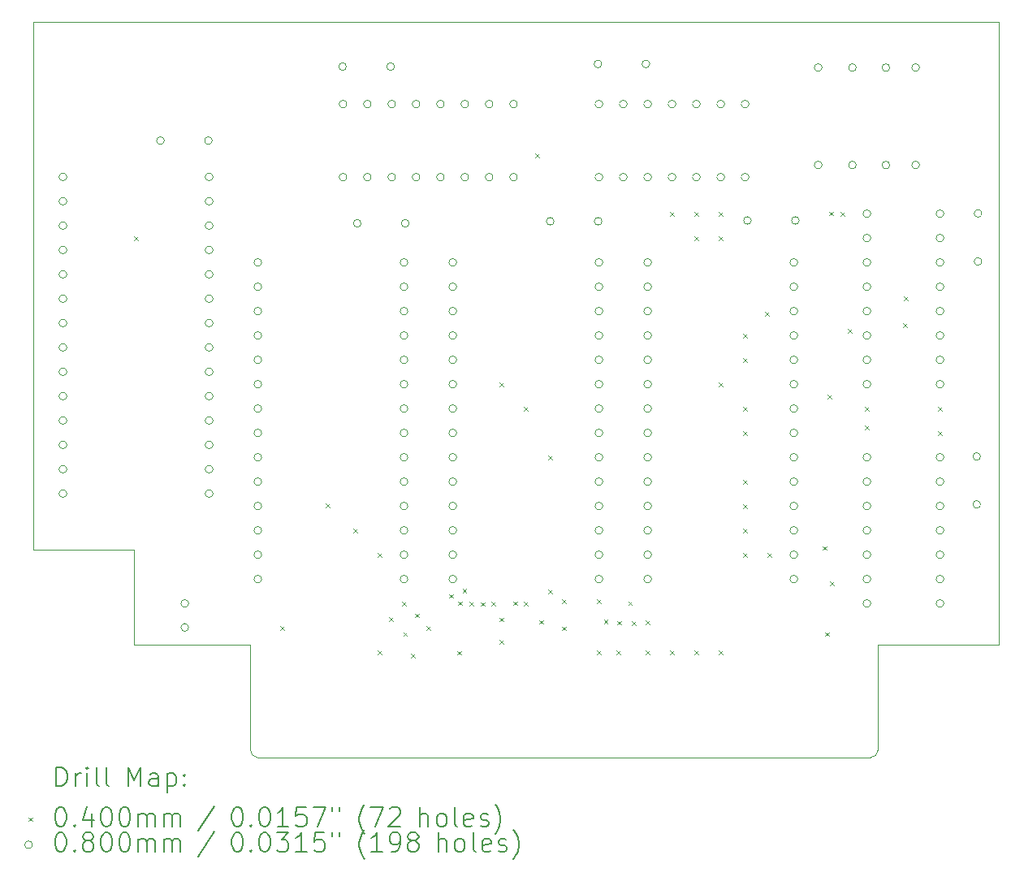
<source format=gbr>
%TF.GenerationSoftware,KiCad,Pcbnew,(7.0.0)*%
%TF.CreationDate,2023-02-27T14:20:26+09:00*%
%TF.ProjectId,ykp74,796b7037-342e-46b6-9963-61645f706362,rev?*%
%TF.SameCoordinates,Original*%
%TF.FileFunction,Drillmap*%
%TF.FilePolarity,Positive*%
%FSLAX45Y45*%
G04 Gerber Fmt 4.5, Leading zero omitted, Abs format (unit mm)*
G04 Created by KiCad (PCBNEW (7.0.0)) date 2023-02-27 14:20:26*
%MOMM*%
%LPD*%
G01*
G04 APERTURE LIST*
%ADD10C,0.100000*%
%ADD11C,0.200000*%
%ADD12C,0.040000*%
%ADD13C,0.080000*%
G04 APERTURE END LIST*
D10*
X9564584Y-7912253D02*
X9564047Y-6633750D01*
X18372715Y-13133344D02*
X19634703Y-13133000D01*
X10614891Y-12135910D02*
X10615214Y-13132442D01*
X19634703Y-13133000D02*
X19635957Y-7915611D01*
X10615214Y-13132442D02*
X11829645Y-13132442D01*
X9562043Y-12136018D02*
X10614891Y-12135910D01*
X18293257Y-14306860D02*
G75*
G03*
X18372381Y-14231082I784J78380D01*
G01*
X11829575Y-14226391D02*
G75*
G03*
X11903426Y-14305872I78965J-679D01*
G01*
X9564047Y-6633750D02*
X19635689Y-6635818D01*
X9564584Y-7912253D02*
X9562043Y-12136018D01*
X11903426Y-14305872D02*
X18293256Y-14306865D01*
X11829645Y-13132442D02*
X11829578Y-14226391D01*
X19635957Y-7915611D02*
X19635689Y-6635818D01*
X18372715Y-13133344D02*
X18372381Y-14231082D01*
D11*
D12*
X10617519Y-8870000D02*
X10657519Y-8910000D01*
X10657519Y-8870000D02*
X10617519Y-8910000D01*
X12141519Y-12934000D02*
X12181519Y-12974000D01*
X12181519Y-12934000D02*
X12141519Y-12974000D01*
X12614086Y-11657644D02*
X12654086Y-11697644D01*
X12654086Y-11657644D02*
X12614086Y-11697644D01*
X12903519Y-11918000D02*
X12943519Y-11958000D01*
X12943519Y-11918000D02*
X12903519Y-11958000D01*
X13157519Y-12172000D02*
X13197519Y-12212000D01*
X13197519Y-12172000D02*
X13157519Y-12212000D01*
X13157519Y-13188000D02*
X13197519Y-13228000D01*
X13197519Y-13188000D02*
X13157519Y-13228000D01*
X13275290Y-12845646D02*
X13315290Y-12885646D01*
X13315290Y-12845646D02*
X13275290Y-12885646D01*
X13411519Y-12680000D02*
X13451519Y-12720000D01*
X13451519Y-12680000D02*
X13411519Y-12720000D01*
X13422547Y-13000265D02*
X13462547Y-13040265D01*
X13462547Y-13000265D02*
X13422547Y-13040265D01*
X13503046Y-13226774D02*
X13543046Y-13266774D01*
X13543046Y-13226774D02*
X13503046Y-13266774D01*
X13547235Y-12806462D02*
X13587235Y-12846462D01*
X13587235Y-12806462D02*
X13547235Y-12846462D01*
X13665519Y-12934000D02*
X13705519Y-12974000D01*
X13705519Y-12934000D02*
X13665519Y-12974000D01*
X13904516Y-12603387D02*
X13944516Y-12643387D01*
X13944516Y-12603387D02*
X13904516Y-12643387D01*
X13987731Y-13195400D02*
X14027731Y-13235400D01*
X14027731Y-13195400D02*
X13987731Y-13235400D01*
X13996495Y-12679020D02*
X14036495Y-12719020D01*
X14036495Y-12679020D02*
X13996495Y-12719020D01*
X14040968Y-12548806D02*
X14080968Y-12588806D01*
X14080968Y-12548806D02*
X14040968Y-12588806D01*
X14114275Y-12684931D02*
X14154275Y-12724931D01*
X14154275Y-12684931D02*
X14114275Y-12724931D01*
X14230264Y-12687363D02*
X14270264Y-12727363D01*
X14270264Y-12687363D02*
X14230264Y-12727363D01*
X14340225Y-12680000D02*
X14380225Y-12720000D01*
X14380225Y-12680000D02*
X14340225Y-12720000D01*
X14427519Y-10394000D02*
X14467519Y-10434000D01*
X14467519Y-10394000D02*
X14427519Y-10434000D01*
X14427519Y-12847393D02*
X14467519Y-12887393D01*
X14467519Y-12847393D02*
X14427519Y-12887393D01*
X14427519Y-13079606D02*
X14467519Y-13119606D01*
X14467519Y-13079606D02*
X14427519Y-13119606D01*
X14572681Y-12678944D02*
X14612681Y-12718944D01*
X14612681Y-12678944D02*
X14572681Y-12718944D01*
X14681519Y-10648000D02*
X14721519Y-10688000D01*
X14721519Y-10648000D02*
X14681519Y-10688000D01*
X14681519Y-12680000D02*
X14721519Y-12720000D01*
X14721519Y-12680000D02*
X14681519Y-12720000D01*
X14798334Y-8007935D02*
X14838334Y-8047935D01*
X14838334Y-8007935D02*
X14798334Y-8047935D01*
X14840693Y-12873591D02*
X14880693Y-12913591D01*
X14880693Y-12873591D02*
X14840693Y-12913591D01*
X14935519Y-11156000D02*
X14975519Y-11196000D01*
X14975519Y-11156000D02*
X14935519Y-11196000D01*
X14936343Y-12554717D02*
X14976343Y-12594717D01*
X14976343Y-12554717D02*
X14936343Y-12594717D01*
X15076765Y-12655950D02*
X15116765Y-12695950D01*
X15116765Y-12655950D02*
X15076765Y-12695950D01*
X15077983Y-12941827D02*
X15117983Y-12981827D01*
X15117983Y-12941827D02*
X15077983Y-12981827D01*
X15442041Y-12655950D02*
X15482041Y-12695950D01*
X15482041Y-12655950D02*
X15442041Y-12695950D01*
X15445990Y-13188000D02*
X15485990Y-13228000D01*
X15485990Y-13188000D02*
X15445990Y-13228000D01*
X15515129Y-12869377D02*
X15555129Y-12909377D01*
X15555129Y-12869377D02*
X15515129Y-12909377D01*
X15644495Y-13188000D02*
X15684495Y-13228000D01*
X15684495Y-13188000D02*
X15644495Y-13228000D01*
X15655389Y-12882977D02*
X15695389Y-12922977D01*
X15695389Y-12882977D02*
X15655389Y-12922977D01*
X15769460Y-12678540D02*
X15809460Y-12718540D01*
X15809460Y-12678540D02*
X15769460Y-12718540D01*
X15808814Y-12885336D02*
X15848814Y-12925336D01*
X15848814Y-12885336D02*
X15808814Y-12925336D01*
X15951080Y-12879092D02*
X15991080Y-12919092D01*
X15991080Y-12879092D02*
X15951080Y-12919092D01*
X15951519Y-13188000D02*
X15991519Y-13228000D01*
X15991519Y-13188000D02*
X15951519Y-13228000D01*
X16205519Y-8616000D02*
X16245519Y-8656000D01*
X16245519Y-8616000D02*
X16205519Y-8656000D01*
X16205519Y-13188000D02*
X16245519Y-13228000D01*
X16245519Y-13188000D02*
X16205519Y-13228000D01*
X16459519Y-8616000D02*
X16499519Y-8656000D01*
X16499519Y-8616000D02*
X16459519Y-8656000D01*
X16459519Y-8870000D02*
X16499519Y-8910000D01*
X16499519Y-8870000D02*
X16459519Y-8910000D01*
X16459519Y-13188000D02*
X16499519Y-13228000D01*
X16499519Y-13188000D02*
X16459519Y-13228000D01*
X16713519Y-8616000D02*
X16753519Y-8656000D01*
X16753519Y-8616000D02*
X16713519Y-8656000D01*
X16713519Y-8870000D02*
X16753519Y-8910000D01*
X16753519Y-8870000D02*
X16713519Y-8910000D01*
X16713519Y-10394000D02*
X16753519Y-10434000D01*
X16753519Y-10394000D02*
X16713519Y-10434000D01*
X16713519Y-13188000D02*
X16753519Y-13228000D01*
X16753519Y-13188000D02*
X16713519Y-13228000D01*
X16967519Y-9886000D02*
X17007519Y-9926000D01*
X17007519Y-9886000D02*
X16967519Y-9926000D01*
X16967519Y-10140000D02*
X17007519Y-10180000D01*
X17007519Y-10140000D02*
X16967519Y-10180000D01*
X16967519Y-10648000D02*
X17007519Y-10688000D01*
X17007519Y-10648000D02*
X16967519Y-10688000D01*
X16967519Y-10902000D02*
X17007519Y-10942000D01*
X17007519Y-10902000D02*
X16967519Y-10942000D01*
X16967519Y-11410000D02*
X17007519Y-11450000D01*
X17007519Y-11410000D02*
X16967519Y-11450000D01*
X16967519Y-11664000D02*
X17007519Y-11704000D01*
X17007519Y-11664000D02*
X16967519Y-11704000D01*
X16967519Y-11918000D02*
X17007519Y-11958000D01*
X17007519Y-11918000D02*
X16967519Y-11958000D01*
X16967519Y-12172000D02*
X17007519Y-12212000D01*
X17007519Y-12172000D02*
X16967519Y-12212000D01*
X17195922Y-9657597D02*
X17235922Y-9697597D01*
X17235922Y-9657597D02*
X17195922Y-9697597D01*
X17221519Y-12172000D02*
X17261519Y-12212000D01*
X17261519Y-12172000D02*
X17221519Y-12212000D01*
X17796605Y-12102941D02*
X17836605Y-12142941D01*
X17836605Y-12102941D02*
X17796605Y-12142941D01*
X17820429Y-13000814D02*
X17860429Y-13040814D01*
X17860429Y-13000814D02*
X17820429Y-13040814D01*
X17849741Y-10525142D02*
X17889741Y-10565142D01*
X17889741Y-10525142D02*
X17849741Y-10565142D01*
X17863753Y-8614921D02*
X17903753Y-8654921D01*
X17903753Y-8614921D02*
X17863753Y-8654921D01*
X17871573Y-12469805D02*
X17911573Y-12509805D01*
X17911573Y-12469805D02*
X17871573Y-12509805D01*
X17983519Y-8616000D02*
X18023519Y-8656000D01*
X18023519Y-8616000D02*
X17983519Y-8656000D01*
X18058006Y-9835894D02*
X18098006Y-9875894D01*
X18098006Y-9835894D02*
X18058006Y-9875894D01*
X18237102Y-10848579D02*
X18277102Y-10888579D01*
X18277102Y-10848579D02*
X18237102Y-10888579D01*
X18237519Y-10648000D02*
X18277519Y-10688000D01*
X18277519Y-10648000D02*
X18237519Y-10688000D01*
X18634151Y-9778646D02*
X18674151Y-9818646D01*
X18674151Y-9778646D02*
X18634151Y-9818646D01*
X18642302Y-9501533D02*
X18682302Y-9541533D01*
X18682302Y-9501533D02*
X18642302Y-9541533D01*
X18999519Y-10648000D02*
X19039519Y-10688000D01*
X19039519Y-10648000D02*
X18999519Y-10688000D01*
X18999519Y-10902000D02*
X19039519Y-10942000D01*
X19039519Y-10902000D02*
X18999519Y-10942000D01*
D13*
X9915019Y-8253500D02*
G75*
G03*
X9915019Y-8253500I-40000J0D01*
G01*
X9915019Y-8507500D02*
G75*
G03*
X9915019Y-8507500I-40000J0D01*
G01*
X9915019Y-8761500D02*
G75*
G03*
X9915019Y-8761500I-40000J0D01*
G01*
X9915019Y-9015500D02*
G75*
G03*
X9915019Y-9015500I-40000J0D01*
G01*
X9915019Y-9269500D02*
G75*
G03*
X9915019Y-9269500I-40000J0D01*
G01*
X9915019Y-9523500D02*
G75*
G03*
X9915019Y-9523500I-40000J0D01*
G01*
X9915019Y-9777500D02*
G75*
G03*
X9915019Y-9777500I-40000J0D01*
G01*
X9915019Y-10031500D02*
G75*
G03*
X9915019Y-10031500I-40000J0D01*
G01*
X9915019Y-10285500D02*
G75*
G03*
X9915019Y-10285500I-40000J0D01*
G01*
X9915019Y-10539500D02*
G75*
G03*
X9915019Y-10539500I-40000J0D01*
G01*
X9915019Y-10793500D02*
G75*
G03*
X9915019Y-10793500I-40000J0D01*
G01*
X9915019Y-11047500D02*
G75*
G03*
X9915019Y-11047500I-40000J0D01*
G01*
X9915019Y-11301500D02*
G75*
G03*
X9915019Y-11301500I-40000J0D01*
G01*
X9915019Y-11555500D02*
G75*
G03*
X9915019Y-11555500I-40000J0D01*
G01*
X10931519Y-7874000D02*
G75*
G03*
X10931519Y-7874000I-40000J0D01*
G01*
X11185519Y-12700000D02*
G75*
G03*
X11185519Y-12700000I-40000J0D01*
G01*
X11185519Y-12950000D02*
G75*
G03*
X11185519Y-12950000I-40000J0D01*
G01*
X11431519Y-7874000D02*
G75*
G03*
X11431519Y-7874000I-40000J0D01*
G01*
X11439019Y-8253500D02*
G75*
G03*
X11439019Y-8253500I-40000J0D01*
G01*
X11439019Y-8507500D02*
G75*
G03*
X11439019Y-8507500I-40000J0D01*
G01*
X11439019Y-8761500D02*
G75*
G03*
X11439019Y-8761500I-40000J0D01*
G01*
X11439019Y-9015500D02*
G75*
G03*
X11439019Y-9015500I-40000J0D01*
G01*
X11439019Y-9269500D02*
G75*
G03*
X11439019Y-9269500I-40000J0D01*
G01*
X11439019Y-9523500D02*
G75*
G03*
X11439019Y-9523500I-40000J0D01*
G01*
X11439019Y-9777500D02*
G75*
G03*
X11439019Y-9777500I-40000J0D01*
G01*
X11439019Y-10031500D02*
G75*
G03*
X11439019Y-10031500I-40000J0D01*
G01*
X11439019Y-10285500D02*
G75*
G03*
X11439019Y-10285500I-40000J0D01*
G01*
X11439019Y-10539500D02*
G75*
G03*
X11439019Y-10539500I-40000J0D01*
G01*
X11439019Y-10793500D02*
G75*
G03*
X11439019Y-10793500I-40000J0D01*
G01*
X11439019Y-11047500D02*
G75*
G03*
X11439019Y-11047500I-40000J0D01*
G01*
X11439019Y-11301500D02*
G75*
G03*
X11439019Y-11301500I-40000J0D01*
G01*
X11439019Y-11555500D02*
G75*
G03*
X11439019Y-11555500I-40000J0D01*
G01*
X11947019Y-9144000D02*
G75*
G03*
X11947019Y-9144000I-40000J0D01*
G01*
X11947019Y-9398000D02*
G75*
G03*
X11947019Y-9398000I-40000J0D01*
G01*
X11947019Y-9652000D02*
G75*
G03*
X11947019Y-9652000I-40000J0D01*
G01*
X11947019Y-9906000D02*
G75*
G03*
X11947019Y-9906000I-40000J0D01*
G01*
X11947019Y-10160000D02*
G75*
G03*
X11947019Y-10160000I-40000J0D01*
G01*
X11947019Y-10414000D02*
G75*
G03*
X11947019Y-10414000I-40000J0D01*
G01*
X11947019Y-10668000D02*
G75*
G03*
X11947019Y-10668000I-40000J0D01*
G01*
X11947019Y-10922000D02*
G75*
G03*
X11947019Y-10922000I-40000J0D01*
G01*
X11947019Y-11176000D02*
G75*
G03*
X11947019Y-11176000I-40000J0D01*
G01*
X11947019Y-11430000D02*
G75*
G03*
X11947019Y-11430000I-40000J0D01*
G01*
X11947019Y-11684000D02*
G75*
G03*
X11947019Y-11684000I-40000J0D01*
G01*
X11947019Y-11938000D02*
G75*
G03*
X11947019Y-11938000I-40000J0D01*
G01*
X11947019Y-12192000D02*
G75*
G03*
X11947019Y-12192000I-40000J0D01*
G01*
X11947019Y-12446000D02*
G75*
G03*
X11947019Y-12446000I-40000J0D01*
G01*
X12830738Y-7101821D02*
G75*
G03*
X12830738Y-7101821I-40000J0D01*
G01*
X12835519Y-7492000D02*
G75*
G03*
X12835519Y-7492000I-40000J0D01*
G01*
X12835519Y-8254000D02*
G75*
G03*
X12835519Y-8254000I-40000J0D01*
G01*
X12983611Y-8737413D02*
G75*
G03*
X12983611Y-8737413I-40000J0D01*
G01*
X13089519Y-7492000D02*
G75*
G03*
X13089519Y-7492000I-40000J0D01*
G01*
X13089519Y-8254000D02*
G75*
G03*
X13089519Y-8254000I-40000J0D01*
G01*
X13330738Y-7101821D02*
G75*
G03*
X13330738Y-7101821I-40000J0D01*
G01*
X13343519Y-7492000D02*
G75*
G03*
X13343519Y-7492000I-40000J0D01*
G01*
X13343519Y-8254000D02*
G75*
G03*
X13343519Y-8254000I-40000J0D01*
G01*
X13471019Y-9144000D02*
G75*
G03*
X13471019Y-9144000I-40000J0D01*
G01*
X13471019Y-9398000D02*
G75*
G03*
X13471019Y-9398000I-40000J0D01*
G01*
X13471019Y-9652000D02*
G75*
G03*
X13471019Y-9652000I-40000J0D01*
G01*
X13471019Y-9906000D02*
G75*
G03*
X13471019Y-9906000I-40000J0D01*
G01*
X13471019Y-10160000D02*
G75*
G03*
X13471019Y-10160000I-40000J0D01*
G01*
X13471019Y-10414000D02*
G75*
G03*
X13471019Y-10414000I-40000J0D01*
G01*
X13471019Y-10668000D02*
G75*
G03*
X13471019Y-10668000I-40000J0D01*
G01*
X13471019Y-10922000D02*
G75*
G03*
X13471019Y-10922000I-40000J0D01*
G01*
X13471019Y-11176000D02*
G75*
G03*
X13471019Y-11176000I-40000J0D01*
G01*
X13471019Y-11430000D02*
G75*
G03*
X13471019Y-11430000I-40000J0D01*
G01*
X13471019Y-11684000D02*
G75*
G03*
X13471019Y-11684000I-40000J0D01*
G01*
X13471019Y-11938000D02*
G75*
G03*
X13471019Y-11938000I-40000J0D01*
G01*
X13471019Y-12192000D02*
G75*
G03*
X13471019Y-12192000I-40000J0D01*
G01*
X13471019Y-12446000D02*
G75*
G03*
X13471019Y-12446000I-40000J0D01*
G01*
X13483611Y-8737413D02*
G75*
G03*
X13483611Y-8737413I-40000J0D01*
G01*
X13597519Y-7492000D02*
G75*
G03*
X13597519Y-7492000I-40000J0D01*
G01*
X13597519Y-8254000D02*
G75*
G03*
X13597519Y-8254000I-40000J0D01*
G01*
X13851519Y-7492000D02*
G75*
G03*
X13851519Y-7492000I-40000J0D01*
G01*
X13851519Y-8254000D02*
G75*
G03*
X13851519Y-8254000I-40000J0D01*
G01*
X13979519Y-9144000D02*
G75*
G03*
X13979519Y-9144000I-40000J0D01*
G01*
X13979519Y-9398000D02*
G75*
G03*
X13979519Y-9398000I-40000J0D01*
G01*
X13979519Y-9652000D02*
G75*
G03*
X13979519Y-9652000I-40000J0D01*
G01*
X13979519Y-9906000D02*
G75*
G03*
X13979519Y-9906000I-40000J0D01*
G01*
X13979519Y-10160000D02*
G75*
G03*
X13979519Y-10160000I-40000J0D01*
G01*
X13979519Y-10414000D02*
G75*
G03*
X13979519Y-10414000I-40000J0D01*
G01*
X13979519Y-10668000D02*
G75*
G03*
X13979519Y-10668000I-40000J0D01*
G01*
X13979519Y-10922000D02*
G75*
G03*
X13979519Y-10922000I-40000J0D01*
G01*
X13979519Y-11176000D02*
G75*
G03*
X13979519Y-11176000I-40000J0D01*
G01*
X13979519Y-11430000D02*
G75*
G03*
X13979519Y-11430000I-40000J0D01*
G01*
X13979519Y-11684000D02*
G75*
G03*
X13979519Y-11684000I-40000J0D01*
G01*
X13979519Y-11938000D02*
G75*
G03*
X13979519Y-11938000I-40000J0D01*
G01*
X13979519Y-12192000D02*
G75*
G03*
X13979519Y-12192000I-40000J0D01*
G01*
X13979519Y-12446000D02*
G75*
G03*
X13979519Y-12446000I-40000J0D01*
G01*
X14105519Y-7492000D02*
G75*
G03*
X14105519Y-7492000I-40000J0D01*
G01*
X14105519Y-8254000D02*
G75*
G03*
X14105519Y-8254000I-40000J0D01*
G01*
X14359519Y-7492000D02*
G75*
G03*
X14359519Y-7492000I-40000J0D01*
G01*
X14359519Y-8254000D02*
G75*
G03*
X14359519Y-8254000I-40000J0D01*
G01*
X14613519Y-7492000D02*
G75*
G03*
X14613519Y-7492000I-40000J0D01*
G01*
X14613519Y-8254000D02*
G75*
G03*
X14613519Y-8254000I-40000J0D01*
G01*
X14995153Y-8715339D02*
G75*
G03*
X14995153Y-8715339I-40000J0D01*
G01*
X15493007Y-7074337D02*
G75*
G03*
X15493007Y-7074337I-40000J0D01*
G01*
X15495153Y-8715339D02*
G75*
G03*
X15495153Y-8715339I-40000J0D01*
G01*
X15503019Y-7492000D02*
G75*
G03*
X15503019Y-7492000I-40000J0D01*
G01*
X15503019Y-8254000D02*
G75*
G03*
X15503019Y-8254000I-40000J0D01*
G01*
X15503519Y-9144000D02*
G75*
G03*
X15503519Y-9144000I-40000J0D01*
G01*
X15503519Y-9398000D02*
G75*
G03*
X15503519Y-9398000I-40000J0D01*
G01*
X15503519Y-9652000D02*
G75*
G03*
X15503519Y-9652000I-40000J0D01*
G01*
X15503519Y-9906000D02*
G75*
G03*
X15503519Y-9906000I-40000J0D01*
G01*
X15503519Y-10160000D02*
G75*
G03*
X15503519Y-10160000I-40000J0D01*
G01*
X15503519Y-10414000D02*
G75*
G03*
X15503519Y-10414000I-40000J0D01*
G01*
X15503519Y-10668000D02*
G75*
G03*
X15503519Y-10668000I-40000J0D01*
G01*
X15503519Y-10922000D02*
G75*
G03*
X15503519Y-10922000I-40000J0D01*
G01*
X15503519Y-11176000D02*
G75*
G03*
X15503519Y-11176000I-40000J0D01*
G01*
X15503519Y-11430000D02*
G75*
G03*
X15503519Y-11430000I-40000J0D01*
G01*
X15503519Y-11684000D02*
G75*
G03*
X15503519Y-11684000I-40000J0D01*
G01*
X15503519Y-11938000D02*
G75*
G03*
X15503519Y-11938000I-40000J0D01*
G01*
X15503519Y-12192000D02*
G75*
G03*
X15503519Y-12192000I-40000J0D01*
G01*
X15503519Y-12446000D02*
G75*
G03*
X15503519Y-12446000I-40000J0D01*
G01*
X15757019Y-7492000D02*
G75*
G03*
X15757019Y-7492000I-40000J0D01*
G01*
X15757019Y-8254000D02*
G75*
G03*
X15757019Y-8254000I-40000J0D01*
G01*
X15993007Y-7074337D02*
G75*
G03*
X15993007Y-7074337I-40000J0D01*
G01*
X16011019Y-7492000D02*
G75*
G03*
X16011019Y-7492000I-40000J0D01*
G01*
X16011019Y-8254000D02*
G75*
G03*
X16011019Y-8254000I-40000J0D01*
G01*
X16011519Y-9144000D02*
G75*
G03*
X16011519Y-9144000I-40000J0D01*
G01*
X16011519Y-9398000D02*
G75*
G03*
X16011519Y-9398000I-40000J0D01*
G01*
X16011519Y-9652000D02*
G75*
G03*
X16011519Y-9652000I-40000J0D01*
G01*
X16011519Y-9906000D02*
G75*
G03*
X16011519Y-9906000I-40000J0D01*
G01*
X16011519Y-10160000D02*
G75*
G03*
X16011519Y-10160000I-40000J0D01*
G01*
X16011519Y-10414000D02*
G75*
G03*
X16011519Y-10414000I-40000J0D01*
G01*
X16011519Y-10668000D02*
G75*
G03*
X16011519Y-10668000I-40000J0D01*
G01*
X16011519Y-10922000D02*
G75*
G03*
X16011519Y-10922000I-40000J0D01*
G01*
X16011519Y-11176000D02*
G75*
G03*
X16011519Y-11176000I-40000J0D01*
G01*
X16011519Y-11430000D02*
G75*
G03*
X16011519Y-11430000I-40000J0D01*
G01*
X16011519Y-11684000D02*
G75*
G03*
X16011519Y-11684000I-40000J0D01*
G01*
X16011519Y-11938000D02*
G75*
G03*
X16011519Y-11938000I-40000J0D01*
G01*
X16011519Y-12192000D02*
G75*
G03*
X16011519Y-12192000I-40000J0D01*
G01*
X16011519Y-12446000D02*
G75*
G03*
X16011519Y-12446000I-40000J0D01*
G01*
X16265019Y-7492000D02*
G75*
G03*
X16265019Y-7492000I-40000J0D01*
G01*
X16265019Y-8254000D02*
G75*
G03*
X16265019Y-8254000I-40000J0D01*
G01*
X16519019Y-7492000D02*
G75*
G03*
X16519019Y-7492000I-40000J0D01*
G01*
X16519019Y-8254000D02*
G75*
G03*
X16519019Y-8254000I-40000J0D01*
G01*
X16773019Y-7492000D02*
G75*
G03*
X16773019Y-7492000I-40000J0D01*
G01*
X16773019Y-8254000D02*
G75*
G03*
X16773019Y-8254000I-40000J0D01*
G01*
X17027019Y-7492000D02*
G75*
G03*
X17027019Y-7492000I-40000J0D01*
G01*
X17027019Y-8254000D02*
G75*
G03*
X17027019Y-8254000I-40000J0D01*
G01*
X17051389Y-8707400D02*
G75*
G03*
X17051389Y-8707400I-40000J0D01*
G01*
X17535519Y-9144000D02*
G75*
G03*
X17535519Y-9144000I-40000J0D01*
G01*
X17535519Y-9398000D02*
G75*
G03*
X17535519Y-9398000I-40000J0D01*
G01*
X17535519Y-9652000D02*
G75*
G03*
X17535519Y-9652000I-40000J0D01*
G01*
X17535519Y-9906000D02*
G75*
G03*
X17535519Y-9906000I-40000J0D01*
G01*
X17535519Y-10160000D02*
G75*
G03*
X17535519Y-10160000I-40000J0D01*
G01*
X17535519Y-10414000D02*
G75*
G03*
X17535519Y-10414000I-40000J0D01*
G01*
X17535519Y-10668000D02*
G75*
G03*
X17535519Y-10668000I-40000J0D01*
G01*
X17535519Y-10922000D02*
G75*
G03*
X17535519Y-10922000I-40000J0D01*
G01*
X17535519Y-11176000D02*
G75*
G03*
X17535519Y-11176000I-40000J0D01*
G01*
X17535519Y-11430000D02*
G75*
G03*
X17535519Y-11430000I-40000J0D01*
G01*
X17535519Y-11684000D02*
G75*
G03*
X17535519Y-11684000I-40000J0D01*
G01*
X17535519Y-11938000D02*
G75*
G03*
X17535519Y-11938000I-40000J0D01*
G01*
X17535519Y-12192000D02*
G75*
G03*
X17535519Y-12192000I-40000J0D01*
G01*
X17535519Y-12446000D02*
G75*
G03*
X17535519Y-12446000I-40000J0D01*
G01*
X17551389Y-8707400D02*
G75*
G03*
X17551389Y-8707400I-40000J0D01*
G01*
X17789519Y-7112000D02*
G75*
G03*
X17789519Y-7112000I-40000J0D01*
G01*
X17789519Y-8128000D02*
G75*
G03*
X17789519Y-8128000I-40000J0D01*
G01*
X18146519Y-7112000D02*
G75*
G03*
X18146519Y-7112000I-40000J0D01*
G01*
X18146519Y-8128000D02*
G75*
G03*
X18146519Y-8128000I-40000J0D01*
G01*
X18297519Y-8636000D02*
G75*
G03*
X18297519Y-8636000I-40000J0D01*
G01*
X18297519Y-8890000D02*
G75*
G03*
X18297519Y-8890000I-40000J0D01*
G01*
X18297519Y-9144000D02*
G75*
G03*
X18297519Y-9144000I-40000J0D01*
G01*
X18297519Y-9398000D02*
G75*
G03*
X18297519Y-9398000I-40000J0D01*
G01*
X18297519Y-9652000D02*
G75*
G03*
X18297519Y-9652000I-40000J0D01*
G01*
X18297519Y-9906000D02*
G75*
G03*
X18297519Y-9906000I-40000J0D01*
G01*
X18297519Y-10160000D02*
G75*
G03*
X18297519Y-10160000I-40000J0D01*
G01*
X18297519Y-10414000D02*
G75*
G03*
X18297519Y-10414000I-40000J0D01*
G01*
X18297519Y-11176000D02*
G75*
G03*
X18297519Y-11176000I-40000J0D01*
G01*
X18297519Y-11430000D02*
G75*
G03*
X18297519Y-11430000I-40000J0D01*
G01*
X18297519Y-11684000D02*
G75*
G03*
X18297519Y-11684000I-40000J0D01*
G01*
X18297519Y-11938000D02*
G75*
G03*
X18297519Y-11938000I-40000J0D01*
G01*
X18297519Y-12192000D02*
G75*
G03*
X18297519Y-12192000I-40000J0D01*
G01*
X18297519Y-12446000D02*
G75*
G03*
X18297519Y-12446000I-40000J0D01*
G01*
X18297519Y-12700000D02*
G75*
G03*
X18297519Y-12700000I-40000J0D01*
G01*
X18495292Y-7113566D02*
G75*
G03*
X18495292Y-7113566I-40000J0D01*
G01*
X18495292Y-8129566D02*
G75*
G03*
X18495292Y-8129566I-40000J0D01*
G01*
X18805519Y-7112000D02*
G75*
G03*
X18805519Y-7112000I-40000J0D01*
G01*
X18805519Y-8128000D02*
G75*
G03*
X18805519Y-8128000I-40000J0D01*
G01*
X19059519Y-8636000D02*
G75*
G03*
X19059519Y-8636000I-40000J0D01*
G01*
X19059519Y-8890000D02*
G75*
G03*
X19059519Y-8890000I-40000J0D01*
G01*
X19059519Y-9144000D02*
G75*
G03*
X19059519Y-9144000I-40000J0D01*
G01*
X19059519Y-9398000D02*
G75*
G03*
X19059519Y-9398000I-40000J0D01*
G01*
X19059519Y-9652000D02*
G75*
G03*
X19059519Y-9652000I-40000J0D01*
G01*
X19059519Y-9906000D02*
G75*
G03*
X19059519Y-9906000I-40000J0D01*
G01*
X19059519Y-10160000D02*
G75*
G03*
X19059519Y-10160000I-40000J0D01*
G01*
X19059519Y-10414000D02*
G75*
G03*
X19059519Y-10414000I-40000J0D01*
G01*
X19059519Y-11176000D02*
G75*
G03*
X19059519Y-11176000I-40000J0D01*
G01*
X19059519Y-11430000D02*
G75*
G03*
X19059519Y-11430000I-40000J0D01*
G01*
X19059519Y-11684000D02*
G75*
G03*
X19059519Y-11684000I-40000J0D01*
G01*
X19059519Y-11938000D02*
G75*
G03*
X19059519Y-11938000I-40000J0D01*
G01*
X19059519Y-12192000D02*
G75*
G03*
X19059519Y-12192000I-40000J0D01*
G01*
X19059519Y-12446000D02*
G75*
G03*
X19059519Y-12446000I-40000J0D01*
G01*
X19059519Y-12700000D02*
G75*
G03*
X19059519Y-12700000I-40000J0D01*
G01*
X19442699Y-11167283D02*
G75*
G03*
X19442699Y-11167283I-40000J0D01*
G01*
X19442699Y-11667283D02*
G75*
G03*
X19442699Y-11667283I-40000J0D01*
G01*
X19455665Y-8633902D02*
G75*
G03*
X19455665Y-8633902I-40000J0D01*
G01*
X19455665Y-9133902D02*
G75*
G03*
X19455665Y-9133902I-40000J0D01*
G01*
D11*
X9804662Y-14605341D02*
X9804662Y-14405341D01*
X9804662Y-14405341D02*
X9852281Y-14405341D01*
X9852281Y-14405341D02*
X9880853Y-14414865D01*
X9880853Y-14414865D02*
X9899900Y-14433913D01*
X9899900Y-14433913D02*
X9909424Y-14452960D01*
X9909424Y-14452960D02*
X9918948Y-14491056D01*
X9918948Y-14491056D02*
X9918948Y-14519627D01*
X9918948Y-14519627D02*
X9909424Y-14557722D01*
X9909424Y-14557722D02*
X9899900Y-14576770D01*
X9899900Y-14576770D02*
X9880853Y-14595818D01*
X9880853Y-14595818D02*
X9852281Y-14605341D01*
X9852281Y-14605341D02*
X9804662Y-14605341D01*
X10004662Y-14605341D02*
X10004662Y-14472008D01*
X10004662Y-14510103D02*
X10014186Y-14491056D01*
X10014186Y-14491056D02*
X10023710Y-14481532D01*
X10023710Y-14481532D02*
X10042758Y-14472008D01*
X10042758Y-14472008D02*
X10061805Y-14472008D01*
X10128472Y-14605341D02*
X10128472Y-14472008D01*
X10128472Y-14405341D02*
X10118948Y-14414865D01*
X10118948Y-14414865D02*
X10128472Y-14424389D01*
X10128472Y-14424389D02*
X10137996Y-14414865D01*
X10137996Y-14414865D02*
X10128472Y-14405341D01*
X10128472Y-14405341D02*
X10128472Y-14424389D01*
X10252281Y-14605341D02*
X10233234Y-14595818D01*
X10233234Y-14595818D02*
X10223710Y-14576770D01*
X10223710Y-14576770D02*
X10223710Y-14405341D01*
X10357043Y-14605341D02*
X10337996Y-14595818D01*
X10337996Y-14595818D02*
X10328472Y-14576770D01*
X10328472Y-14576770D02*
X10328472Y-14405341D01*
X10553234Y-14605341D02*
X10553234Y-14405341D01*
X10553234Y-14405341D02*
X10619900Y-14548199D01*
X10619900Y-14548199D02*
X10686567Y-14405341D01*
X10686567Y-14405341D02*
X10686567Y-14605341D01*
X10867519Y-14605341D02*
X10867519Y-14500579D01*
X10867519Y-14500579D02*
X10857996Y-14481532D01*
X10857996Y-14481532D02*
X10838948Y-14472008D01*
X10838948Y-14472008D02*
X10800853Y-14472008D01*
X10800853Y-14472008D02*
X10781805Y-14481532D01*
X10867519Y-14595818D02*
X10848472Y-14605341D01*
X10848472Y-14605341D02*
X10800853Y-14605341D01*
X10800853Y-14605341D02*
X10781805Y-14595818D01*
X10781805Y-14595818D02*
X10772281Y-14576770D01*
X10772281Y-14576770D02*
X10772281Y-14557722D01*
X10772281Y-14557722D02*
X10781805Y-14538675D01*
X10781805Y-14538675D02*
X10800853Y-14529151D01*
X10800853Y-14529151D02*
X10848472Y-14529151D01*
X10848472Y-14529151D02*
X10867519Y-14519627D01*
X10962758Y-14472008D02*
X10962758Y-14672008D01*
X10962758Y-14481532D02*
X10981805Y-14472008D01*
X10981805Y-14472008D02*
X11019900Y-14472008D01*
X11019900Y-14472008D02*
X11038948Y-14481532D01*
X11038948Y-14481532D02*
X11048472Y-14491056D01*
X11048472Y-14491056D02*
X11057996Y-14510103D01*
X11057996Y-14510103D02*
X11057996Y-14567246D01*
X11057996Y-14567246D02*
X11048472Y-14586294D01*
X11048472Y-14586294D02*
X11038948Y-14595818D01*
X11038948Y-14595818D02*
X11019900Y-14605341D01*
X11019900Y-14605341D02*
X10981805Y-14605341D01*
X10981805Y-14605341D02*
X10962758Y-14595818D01*
X11143710Y-14586294D02*
X11153234Y-14595818D01*
X11153234Y-14595818D02*
X11143710Y-14605341D01*
X11143710Y-14605341D02*
X11134186Y-14595818D01*
X11134186Y-14595818D02*
X11143710Y-14586294D01*
X11143710Y-14586294D02*
X11143710Y-14605341D01*
X11143710Y-14481532D02*
X11153234Y-14491056D01*
X11153234Y-14491056D02*
X11143710Y-14500579D01*
X11143710Y-14500579D02*
X11134186Y-14491056D01*
X11134186Y-14491056D02*
X11143710Y-14481532D01*
X11143710Y-14481532D02*
X11143710Y-14500579D01*
D12*
X9517043Y-14931865D02*
X9557043Y-14971865D01*
X9557043Y-14931865D02*
X9517043Y-14971865D01*
D11*
X9842758Y-14825341D02*
X9861805Y-14825341D01*
X9861805Y-14825341D02*
X9880853Y-14834865D01*
X9880853Y-14834865D02*
X9890377Y-14844389D01*
X9890377Y-14844389D02*
X9899900Y-14863437D01*
X9899900Y-14863437D02*
X9909424Y-14901532D01*
X9909424Y-14901532D02*
X9909424Y-14949151D01*
X9909424Y-14949151D02*
X9899900Y-14987246D01*
X9899900Y-14987246D02*
X9890377Y-15006294D01*
X9890377Y-15006294D02*
X9880853Y-15015818D01*
X9880853Y-15015818D02*
X9861805Y-15025341D01*
X9861805Y-15025341D02*
X9842758Y-15025341D01*
X9842758Y-15025341D02*
X9823710Y-15015818D01*
X9823710Y-15015818D02*
X9814186Y-15006294D01*
X9814186Y-15006294D02*
X9804662Y-14987246D01*
X9804662Y-14987246D02*
X9795139Y-14949151D01*
X9795139Y-14949151D02*
X9795139Y-14901532D01*
X9795139Y-14901532D02*
X9804662Y-14863437D01*
X9804662Y-14863437D02*
X9814186Y-14844389D01*
X9814186Y-14844389D02*
X9823710Y-14834865D01*
X9823710Y-14834865D02*
X9842758Y-14825341D01*
X9995139Y-15006294D02*
X10004662Y-15015818D01*
X10004662Y-15015818D02*
X9995139Y-15025341D01*
X9995139Y-15025341D02*
X9985615Y-15015818D01*
X9985615Y-15015818D02*
X9995139Y-15006294D01*
X9995139Y-15006294D02*
X9995139Y-15025341D01*
X10176091Y-14892008D02*
X10176091Y-15025341D01*
X10128472Y-14815818D02*
X10080853Y-14958675D01*
X10080853Y-14958675D02*
X10204662Y-14958675D01*
X10318948Y-14825341D02*
X10337996Y-14825341D01*
X10337996Y-14825341D02*
X10357043Y-14834865D01*
X10357043Y-14834865D02*
X10366567Y-14844389D01*
X10366567Y-14844389D02*
X10376091Y-14863437D01*
X10376091Y-14863437D02*
X10385615Y-14901532D01*
X10385615Y-14901532D02*
X10385615Y-14949151D01*
X10385615Y-14949151D02*
X10376091Y-14987246D01*
X10376091Y-14987246D02*
X10366567Y-15006294D01*
X10366567Y-15006294D02*
X10357043Y-15015818D01*
X10357043Y-15015818D02*
X10337996Y-15025341D01*
X10337996Y-15025341D02*
X10318948Y-15025341D01*
X10318948Y-15025341D02*
X10299900Y-15015818D01*
X10299900Y-15015818D02*
X10290377Y-15006294D01*
X10290377Y-15006294D02*
X10280853Y-14987246D01*
X10280853Y-14987246D02*
X10271329Y-14949151D01*
X10271329Y-14949151D02*
X10271329Y-14901532D01*
X10271329Y-14901532D02*
X10280853Y-14863437D01*
X10280853Y-14863437D02*
X10290377Y-14844389D01*
X10290377Y-14844389D02*
X10299900Y-14834865D01*
X10299900Y-14834865D02*
X10318948Y-14825341D01*
X10509424Y-14825341D02*
X10528472Y-14825341D01*
X10528472Y-14825341D02*
X10547520Y-14834865D01*
X10547520Y-14834865D02*
X10557043Y-14844389D01*
X10557043Y-14844389D02*
X10566567Y-14863437D01*
X10566567Y-14863437D02*
X10576091Y-14901532D01*
X10576091Y-14901532D02*
X10576091Y-14949151D01*
X10576091Y-14949151D02*
X10566567Y-14987246D01*
X10566567Y-14987246D02*
X10557043Y-15006294D01*
X10557043Y-15006294D02*
X10547520Y-15015818D01*
X10547520Y-15015818D02*
X10528472Y-15025341D01*
X10528472Y-15025341D02*
X10509424Y-15025341D01*
X10509424Y-15025341D02*
X10490377Y-15015818D01*
X10490377Y-15015818D02*
X10480853Y-15006294D01*
X10480853Y-15006294D02*
X10471329Y-14987246D01*
X10471329Y-14987246D02*
X10461805Y-14949151D01*
X10461805Y-14949151D02*
X10461805Y-14901532D01*
X10461805Y-14901532D02*
X10471329Y-14863437D01*
X10471329Y-14863437D02*
X10480853Y-14844389D01*
X10480853Y-14844389D02*
X10490377Y-14834865D01*
X10490377Y-14834865D02*
X10509424Y-14825341D01*
X10661805Y-15025341D02*
X10661805Y-14892008D01*
X10661805Y-14911056D02*
X10671329Y-14901532D01*
X10671329Y-14901532D02*
X10690377Y-14892008D01*
X10690377Y-14892008D02*
X10718948Y-14892008D01*
X10718948Y-14892008D02*
X10737996Y-14901532D01*
X10737996Y-14901532D02*
X10747520Y-14920579D01*
X10747520Y-14920579D02*
X10747520Y-15025341D01*
X10747520Y-14920579D02*
X10757043Y-14901532D01*
X10757043Y-14901532D02*
X10776091Y-14892008D01*
X10776091Y-14892008D02*
X10804662Y-14892008D01*
X10804662Y-14892008D02*
X10823710Y-14901532D01*
X10823710Y-14901532D02*
X10833234Y-14920579D01*
X10833234Y-14920579D02*
X10833234Y-15025341D01*
X10928472Y-15025341D02*
X10928472Y-14892008D01*
X10928472Y-14911056D02*
X10937996Y-14901532D01*
X10937996Y-14901532D02*
X10957043Y-14892008D01*
X10957043Y-14892008D02*
X10985615Y-14892008D01*
X10985615Y-14892008D02*
X11004662Y-14901532D01*
X11004662Y-14901532D02*
X11014186Y-14920579D01*
X11014186Y-14920579D02*
X11014186Y-15025341D01*
X11014186Y-14920579D02*
X11023710Y-14901532D01*
X11023710Y-14901532D02*
X11042758Y-14892008D01*
X11042758Y-14892008D02*
X11071329Y-14892008D01*
X11071329Y-14892008D02*
X11090377Y-14901532D01*
X11090377Y-14901532D02*
X11099901Y-14920579D01*
X11099901Y-14920579D02*
X11099901Y-15025341D01*
X11457996Y-14815818D02*
X11286567Y-15072960D01*
X11682758Y-14825341D02*
X11701805Y-14825341D01*
X11701805Y-14825341D02*
X11720853Y-14834865D01*
X11720853Y-14834865D02*
X11730377Y-14844389D01*
X11730377Y-14844389D02*
X11739900Y-14863437D01*
X11739900Y-14863437D02*
X11749424Y-14901532D01*
X11749424Y-14901532D02*
X11749424Y-14949151D01*
X11749424Y-14949151D02*
X11739900Y-14987246D01*
X11739900Y-14987246D02*
X11730377Y-15006294D01*
X11730377Y-15006294D02*
X11720853Y-15015818D01*
X11720853Y-15015818D02*
X11701805Y-15025341D01*
X11701805Y-15025341D02*
X11682758Y-15025341D01*
X11682758Y-15025341D02*
X11663710Y-15015818D01*
X11663710Y-15015818D02*
X11654186Y-15006294D01*
X11654186Y-15006294D02*
X11644662Y-14987246D01*
X11644662Y-14987246D02*
X11635139Y-14949151D01*
X11635139Y-14949151D02*
X11635139Y-14901532D01*
X11635139Y-14901532D02*
X11644662Y-14863437D01*
X11644662Y-14863437D02*
X11654186Y-14844389D01*
X11654186Y-14844389D02*
X11663710Y-14834865D01*
X11663710Y-14834865D02*
X11682758Y-14825341D01*
X11835139Y-15006294D02*
X11844662Y-15015818D01*
X11844662Y-15015818D02*
X11835139Y-15025341D01*
X11835139Y-15025341D02*
X11825615Y-15015818D01*
X11825615Y-15015818D02*
X11835139Y-15006294D01*
X11835139Y-15006294D02*
X11835139Y-15025341D01*
X11968472Y-14825341D02*
X11987520Y-14825341D01*
X11987520Y-14825341D02*
X12006567Y-14834865D01*
X12006567Y-14834865D02*
X12016091Y-14844389D01*
X12016091Y-14844389D02*
X12025615Y-14863437D01*
X12025615Y-14863437D02*
X12035139Y-14901532D01*
X12035139Y-14901532D02*
X12035139Y-14949151D01*
X12035139Y-14949151D02*
X12025615Y-14987246D01*
X12025615Y-14987246D02*
X12016091Y-15006294D01*
X12016091Y-15006294D02*
X12006567Y-15015818D01*
X12006567Y-15015818D02*
X11987520Y-15025341D01*
X11987520Y-15025341D02*
X11968472Y-15025341D01*
X11968472Y-15025341D02*
X11949424Y-15015818D01*
X11949424Y-15015818D02*
X11939900Y-15006294D01*
X11939900Y-15006294D02*
X11930377Y-14987246D01*
X11930377Y-14987246D02*
X11920853Y-14949151D01*
X11920853Y-14949151D02*
X11920853Y-14901532D01*
X11920853Y-14901532D02*
X11930377Y-14863437D01*
X11930377Y-14863437D02*
X11939900Y-14844389D01*
X11939900Y-14844389D02*
X11949424Y-14834865D01*
X11949424Y-14834865D02*
X11968472Y-14825341D01*
X12225615Y-15025341D02*
X12111329Y-15025341D01*
X12168472Y-15025341D02*
X12168472Y-14825341D01*
X12168472Y-14825341D02*
X12149424Y-14853913D01*
X12149424Y-14853913D02*
X12130377Y-14872960D01*
X12130377Y-14872960D02*
X12111329Y-14882484D01*
X12406567Y-14825341D02*
X12311329Y-14825341D01*
X12311329Y-14825341D02*
X12301805Y-14920579D01*
X12301805Y-14920579D02*
X12311329Y-14911056D01*
X12311329Y-14911056D02*
X12330377Y-14901532D01*
X12330377Y-14901532D02*
X12377996Y-14901532D01*
X12377996Y-14901532D02*
X12397043Y-14911056D01*
X12397043Y-14911056D02*
X12406567Y-14920579D01*
X12406567Y-14920579D02*
X12416091Y-14939627D01*
X12416091Y-14939627D02*
X12416091Y-14987246D01*
X12416091Y-14987246D02*
X12406567Y-15006294D01*
X12406567Y-15006294D02*
X12397043Y-15015818D01*
X12397043Y-15015818D02*
X12377996Y-15025341D01*
X12377996Y-15025341D02*
X12330377Y-15025341D01*
X12330377Y-15025341D02*
X12311329Y-15015818D01*
X12311329Y-15015818D02*
X12301805Y-15006294D01*
X12482758Y-14825341D02*
X12616091Y-14825341D01*
X12616091Y-14825341D02*
X12530377Y-15025341D01*
X12682758Y-14825341D02*
X12682758Y-14863437D01*
X12758948Y-14825341D02*
X12758948Y-14863437D01*
X13021805Y-15101532D02*
X13012281Y-15092008D01*
X13012281Y-15092008D02*
X12993234Y-15063437D01*
X12993234Y-15063437D02*
X12983710Y-15044389D01*
X12983710Y-15044389D02*
X12974186Y-15015818D01*
X12974186Y-15015818D02*
X12964662Y-14968199D01*
X12964662Y-14968199D02*
X12964662Y-14930103D01*
X12964662Y-14930103D02*
X12974186Y-14882484D01*
X12974186Y-14882484D02*
X12983710Y-14853913D01*
X12983710Y-14853913D02*
X12993234Y-14834865D01*
X12993234Y-14834865D02*
X13012281Y-14806294D01*
X13012281Y-14806294D02*
X13021805Y-14796770D01*
X13078948Y-14825341D02*
X13212281Y-14825341D01*
X13212281Y-14825341D02*
X13126567Y-15025341D01*
X13278948Y-14844389D02*
X13288472Y-14834865D01*
X13288472Y-14834865D02*
X13307520Y-14825341D01*
X13307520Y-14825341D02*
X13355139Y-14825341D01*
X13355139Y-14825341D02*
X13374186Y-14834865D01*
X13374186Y-14834865D02*
X13383710Y-14844389D01*
X13383710Y-14844389D02*
X13393234Y-14863437D01*
X13393234Y-14863437D02*
X13393234Y-14882484D01*
X13393234Y-14882484D02*
X13383710Y-14911056D01*
X13383710Y-14911056D02*
X13269424Y-15025341D01*
X13269424Y-15025341D02*
X13393234Y-15025341D01*
X13598948Y-15025341D02*
X13598948Y-14825341D01*
X13684662Y-15025341D02*
X13684662Y-14920579D01*
X13684662Y-14920579D02*
X13675139Y-14901532D01*
X13675139Y-14901532D02*
X13656091Y-14892008D01*
X13656091Y-14892008D02*
X13627520Y-14892008D01*
X13627520Y-14892008D02*
X13608472Y-14901532D01*
X13608472Y-14901532D02*
X13598948Y-14911056D01*
X13808472Y-15025341D02*
X13789424Y-15015818D01*
X13789424Y-15015818D02*
X13779901Y-15006294D01*
X13779901Y-15006294D02*
X13770377Y-14987246D01*
X13770377Y-14987246D02*
X13770377Y-14930103D01*
X13770377Y-14930103D02*
X13779901Y-14911056D01*
X13779901Y-14911056D02*
X13789424Y-14901532D01*
X13789424Y-14901532D02*
X13808472Y-14892008D01*
X13808472Y-14892008D02*
X13837043Y-14892008D01*
X13837043Y-14892008D02*
X13856091Y-14901532D01*
X13856091Y-14901532D02*
X13865615Y-14911056D01*
X13865615Y-14911056D02*
X13875139Y-14930103D01*
X13875139Y-14930103D02*
X13875139Y-14987246D01*
X13875139Y-14987246D02*
X13865615Y-15006294D01*
X13865615Y-15006294D02*
X13856091Y-15015818D01*
X13856091Y-15015818D02*
X13837043Y-15025341D01*
X13837043Y-15025341D02*
X13808472Y-15025341D01*
X13989424Y-15025341D02*
X13970377Y-15015818D01*
X13970377Y-15015818D02*
X13960853Y-14996770D01*
X13960853Y-14996770D02*
X13960853Y-14825341D01*
X14141805Y-15015818D02*
X14122758Y-15025341D01*
X14122758Y-15025341D02*
X14084662Y-15025341D01*
X14084662Y-15025341D02*
X14065615Y-15015818D01*
X14065615Y-15015818D02*
X14056091Y-14996770D01*
X14056091Y-14996770D02*
X14056091Y-14920579D01*
X14056091Y-14920579D02*
X14065615Y-14901532D01*
X14065615Y-14901532D02*
X14084662Y-14892008D01*
X14084662Y-14892008D02*
X14122758Y-14892008D01*
X14122758Y-14892008D02*
X14141805Y-14901532D01*
X14141805Y-14901532D02*
X14151329Y-14920579D01*
X14151329Y-14920579D02*
X14151329Y-14939627D01*
X14151329Y-14939627D02*
X14056091Y-14958675D01*
X14227520Y-15015818D02*
X14246567Y-15025341D01*
X14246567Y-15025341D02*
X14284662Y-15025341D01*
X14284662Y-15025341D02*
X14303710Y-15015818D01*
X14303710Y-15015818D02*
X14313234Y-14996770D01*
X14313234Y-14996770D02*
X14313234Y-14987246D01*
X14313234Y-14987246D02*
X14303710Y-14968199D01*
X14303710Y-14968199D02*
X14284662Y-14958675D01*
X14284662Y-14958675D02*
X14256091Y-14958675D01*
X14256091Y-14958675D02*
X14237043Y-14949151D01*
X14237043Y-14949151D02*
X14227520Y-14930103D01*
X14227520Y-14930103D02*
X14227520Y-14920579D01*
X14227520Y-14920579D02*
X14237043Y-14901532D01*
X14237043Y-14901532D02*
X14256091Y-14892008D01*
X14256091Y-14892008D02*
X14284662Y-14892008D01*
X14284662Y-14892008D02*
X14303710Y-14901532D01*
X14379901Y-15101532D02*
X14389424Y-15092008D01*
X14389424Y-15092008D02*
X14408472Y-15063437D01*
X14408472Y-15063437D02*
X14417996Y-15044389D01*
X14417996Y-15044389D02*
X14427520Y-15015818D01*
X14427520Y-15015818D02*
X14437043Y-14968199D01*
X14437043Y-14968199D02*
X14437043Y-14930103D01*
X14437043Y-14930103D02*
X14427520Y-14882484D01*
X14427520Y-14882484D02*
X14417996Y-14853913D01*
X14417996Y-14853913D02*
X14408472Y-14834865D01*
X14408472Y-14834865D02*
X14389424Y-14806294D01*
X14389424Y-14806294D02*
X14379901Y-14796770D01*
D13*
X9557043Y-15215865D02*
G75*
G03*
X9557043Y-15215865I-40000J0D01*
G01*
D11*
X9842758Y-15089341D02*
X9861805Y-15089341D01*
X9861805Y-15089341D02*
X9880853Y-15098865D01*
X9880853Y-15098865D02*
X9890377Y-15108389D01*
X9890377Y-15108389D02*
X9899900Y-15127437D01*
X9899900Y-15127437D02*
X9909424Y-15165532D01*
X9909424Y-15165532D02*
X9909424Y-15213151D01*
X9909424Y-15213151D02*
X9899900Y-15251246D01*
X9899900Y-15251246D02*
X9890377Y-15270294D01*
X9890377Y-15270294D02*
X9880853Y-15279818D01*
X9880853Y-15279818D02*
X9861805Y-15289341D01*
X9861805Y-15289341D02*
X9842758Y-15289341D01*
X9842758Y-15289341D02*
X9823710Y-15279818D01*
X9823710Y-15279818D02*
X9814186Y-15270294D01*
X9814186Y-15270294D02*
X9804662Y-15251246D01*
X9804662Y-15251246D02*
X9795139Y-15213151D01*
X9795139Y-15213151D02*
X9795139Y-15165532D01*
X9795139Y-15165532D02*
X9804662Y-15127437D01*
X9804662Y-15127437D02*
X9814186Y-15108389D01*
X9814186Y-15108389D02*
X9823710Y-15098865D01*
X9823710Y-15098865D02*
X9842758Y-15089341D01*
X9995139Y-15270294D02*
X10004662Y-15279818D01*
X10004662Y-15279818D02*
X9995139Y-15289341D01*
X9995139Y-15289341D02*
X9985615Y-15279818D01*
X9985615Y-15279818D02*
X9995139Y-15270294D01*
X9995139Y-15270294D02*
X9995139Y-15289341D01*
X10118948Y-15175056D02*
X10099900Y-15165532D01*
X10099900Y-15165532D02*
X10090377Y-15156008D01*
X10090377Y-15156008D02*
X10080853Y-15136960D01*
X10080853Y-15136960D02*
X10080853Y-15127437D01*
X10080853Y-15127437D02*
X10090377Y-15108389D01*
X10090377Y-15108389D02*
X10099900Y-15098865D01*
X10099900Y-15098865D02*
X10118948Y-15089341D01*
X10118948Y-15089341D02*
X10157043Y-15089341D01*
X10157043Y-15089341D02*
X10176091Y-15098865D01*
X10176091Y-15098865D02*
X10185615Y-15108389D01*
X10185615Y-15108389D02*
X10195139Y-15127437D01*
X10195139Y-15127437D02*
X10195139Y-15136960D01*
X10195139Y-15136960D02*
X10185615Y-15156008D01*
X10185615Y-15156008D02*
X10176091Y-15165532D01*
X10176091Y-15165532D02*
X10157043Y-15175056D01*
X10157043Y-15175056D02*
X10118948Y-15175056D01*
X10118948Y-15175056D02*
X10099900Y-15184579D01*
X10099900Y-15184579D02*
X10090377Y-15194103D01*
X10090377Y-15194103D02*
X10080853Y-15213151D01*
X10080853Y-15213151D02*
X10080853Y-15251246D01*
X10080853Y-15251246D02*
X10090377Y-15270294D01*
X10090377Y-15270294D02*
X10099900Y-15279818D01*
X10099900Y-15279818D02*
X10118948Y-15289341D01*
X10118948Y-15289341D02*
X10157043Y-15289341D01*
X10157043Y-15289341D02*
X10176091Y-15279818D01*
X10176091Y-15279818D02*
X10185615Y-15270294D01*
X10185615Y-15270294D02*
X10195139Y-15251246D01*
X10195139Y-15251246D02*
X10195139Y-15213151D01*
X10195139Y-15213151D02*
X10185615Y-15194103D01*
X10185615Y-15194103D02*
X10176091Y-15184579D01*
X10176091Y-15184579D02*
X10157043Y-15175056D01*
X10318948Y-15089341D02*
X10337996Y-15089341D01*
X10337996Y-15089341D02*
X10357043Y-15098865D01*
X10357043Y-15098865D02*
X10366567Y-15108389D01*
X10366567Y-15108389D02*
X10376091Y-15127437D01*
X10376091Y-15127437D02*
X10385615Y-15165532D01*
X10385615Y-15165532D02*
X10385615Y-15213151D01*
X10385615Y-15213151D02*
X10376091Y-15251246D01*
X10376091Y-15251246D02*
X10366567Y-15270294D01*
X10366567Y-15270294D02*
X10357043Y-15279818D01*
X10357043Y-15279818D02*
X10337996Y-15289341D01*
X10337996Y-15289341D02*
X10318948Y-15289341D01*
X10318948Y-15289341D02*
X10299900Y-15279818D01*
X10299900Y-15279818D02*
X10290377Y-15270294D01*
X10290377Y-15270294D02*
X10280853Y-15251246D01*
X10280853Y-15251246D02*
X10271329Y-15213151D01*
X10271329Y-15213151D02*
X10271329Y-15165532D01*
X10271329Y-15165532D02*
X10280853Y-15127437D01*
X10280853Y-15127437D02*
X10290377Y-15108389D01*
X10290377Y-15108389D02*
X10299900Y-15098865D01*
X10299900Y-15098865D02*
X10318948Y-15089341D01*
X10509424Y-15089341D02*
X10528472Y-15089341D01*
X10528472Y-15089341D02*
X10547520Y-15098865D01*
X10547520Y-15098865D02*
X10557043Y-15108389D01*
X10557043Y-15108389D02*
X10566567Y-15127437D01*
X10566567Y-15127437D02*
X10576091Y-15165532D01*
X10576091Y-15165532D02*
X10576091Y-15213151D01*
X10576091Y-15213151D02*
X10566567Y-15251246D01*
X10566567Y-15251246D02*
X10557043Y-15270294D01*
X10557043Y-15270294D02*
X10547520Y-15279818D01*
X10547520Y-15279818D02*
X10528472Y-15289341D01*
X10528472Y-15289341D02*
X10509424Y-15289341D01*
X10509424Y-15289341D02*
X10490377Y-15279818D01*
X10490377Y-15279818D02*
X10480853Y-15270294D01*
X10480853Y-15270294D02*
X10471329Y-15251246D01*
X10471329Y-15251246D02*
X10461805Y-15213151D01*
X10461805Y-15213151D02*
X10461805Y-15165532D01*
X10461805Y-15165532D02*
X10471329Y-15127437D01*
X10471329Y-15127437D02*
X10480853Y-15108389D01*
X10480853Y-15108389D02*
X10490377Y-15098865D01*
X10490377Y-15098865D02*
X10509424Y-15089341D01*
X10661805Y-15289341D02*
X10661805Y-15156008D01*
X10661805Y-15175056D02*
X10671329Y-15165532D01*
X10671329Y-15165532D02*
X10690377Y-15156008D01*
X10690377Y-15156008D02*
X10718948Y-15156008D01*
X10718948Y-15156008D02*
X10737996Y-15165532D01*
X10737996Y-15165532D02*
X10747520Y-15184579D01*
X10747520Y-15184579D02*
X10747520Y-15289341D01*
X10747520Y-15184579D02*
X10757043Y-15165532D01*
X10757043Y-15165532D02*
X10776091Y-15156008D01*
X10776091Y-15156008D02*
X10804662Y-15156008D01*
X10804662Y-15156008D02*
X10823710Y-15165532D01*
X10823710Y-15165532D02*
X10833234Y-15184579D01*
X10833234Y-15184579D02*
X10833234Y-15289341D01*
X10928472Y-15289341D02*
X10928472Y-15156008D01*
X10928472Y-15175056D02*
X10937996Y-15165532D01*
X10937996Y-15165532D02*
X10957043Y-15156008D01*
X10957043Y-15156008D02*
X10985615Y-15156008D01*
X10985615Y-15156008D02*
X11004662Y-15165532D01*
X11004662Y-15165532D02*
X11014186Y-15184579D01*
X11014186Y-15184579D02*
X11014186Y-15289341D01*
X11014186Y-15184579D02*
X11023710Y-15165532D01*
X11023710Y-15165532D02*
X11042758Y-15156008D01*
X11042758Y-15156008D02*
X11071329Y-15156008D01*
X11071329Y-15156008D02*
X11090377Y-15165532D01*
X11090377Y-15165532D02*
X11099901Y-15184579D01*
X11099901Y-15184579D02*
X11099901Y-15289341D01*
X11457996Y-15079818D02*
X11286567Y-15336960D01*
X11682758Y-15089341D02*
X11701805Y-15089341D01*
X11701805Y-15089341D02*
X11720853Y-15098865D01*
X11720853Y-15098865D02*
X11730377Y-15108389D01*
X11730377Y-15108389D02*
X11739900Y-15127437D01*
X11739900Y-15127437D02*
X11749424Y-15165532D01*
X11749424Y-15165532D02*
X11749424Y-15213151D01*
X11749424Y-15213151D02*
X11739900Y-15251246D01*
X11739900Y-15251246D02*
X11730377Y-15270294D01*
X11730377Y-15270294D02*
X11720853Y-15279818D01*
X11720853Y-15279818D02*
X11701805Y-15289341D01*
X11701805Y-15289341D02*
X11682758Y-15289341D01*
X11682758Y-15289341D02*
X11663710Y-15279818D01*
X11663710Y-15279818D02*
X11654186Y-15270294D01*
X11654186Y-15270294D02*
X11644662Y-15251246D01*
X11644662Y-15251246D02*
X11635139Y-15213151D01*
X11635139Y-15213151D02*
X11635139Y-15165532D01*
X11635139Y-15165532D02*
X11644662Y-15127437D01*
X11644662Y-15127437D02*
X11654186Y-15108389D01*
X11654186Y-15108389D02*
X11663710Y-15098865D01*
X11663710Y-15098865D02*
X11682758Y-15089341D01*
X11835139Y-15270294D02*
X11844662Y-15279818D01*
X11844662Y-15279818D02*
X11835139Y-15289341D01*
X11835139Y-15289341D02*
X11825615Y-15279818D01*
X11825615Y-15279818D02*
X11835139Y-15270294D01*
X11835139Y-15270294D02*
X11835139Y-15289341D01*
X11968472Y-15089341D02*
X11987520Y-15089341D01*
X11987520Y-15089341D02*
X12006567Y-15098865D01*
X12006567Y-15098865D02*
X12016091Y-15108389D01*
X12016091Y-15108389D02*
X12025615Y-15127437D01*
X12025615Y-15127437D02*
X12035139Y-15165532D01*
X12035139Y-15165532D02*
X12035139Y-15213151D01*
X12035139Y-15213151D02*
X12025615Y-15251246D01*
X12025615Y-15251246D02*
X12016091Y-15270294D01*
X12016091Y-15270294D02*
X12006567Y-15279818D01*
X12006567Y-15279818D02*
X11987520Y-15289341D01*
X11987520Y-15289341D02*
X11968472Y-15289341D01*
X11968472Y-15289341D02*
X11949424Y-15279818D01*
X11949424Y-15279818D02*
X11939900Y-15270294D01*
X11939900Y-15270294D02*
X11930377Y-15251246D01*
X11930377Y-15251246D02*
X11920853Y-15213151D01*
X11920853Y-15213151D02*
X11920853Y-15165532D01*
X11920853Y-15165532D02*
X11930377Y-15127437D01*
X11930377Y-15127437D02*
X11939900Y-15108389D01*
X11939900Y-15108389D02*
X11949424Y-15098865D01*
X11949424Y-15098865D02*
X11968472Y-15089341D01*
X12101805Y-15089341D02*
X12225615Y-15089341D01*
X12225615Y-15089341D02*
X12158948Y-15165532D01*
X12158948Y-15165532D02*
X12187520Y-15165532D01*
X12187520Y-15165532D02*
X12206567Y-15175056D01*
X12206567Y-15175056D02*
X12216091Y-15184579D01*
X12216091Y-15184579D02*
X12225615Y-15203627D01*
X12225615Y-15203627D02*
X12225615Y-15251246D01*
X12225615Y-15251246D02*
X12216091Y-15270294D01*
X12216091Y-15270294D02*
X12206567Y-15279818D01*
X12206567Y-15279818D02*
X12187520Y-15289341D01*
X12187520Y-15289341D02*
X12130377Y-15289341D01*
X12130377Y-15289341D02*
X12111329Y-15279818D01*
X12111329Y-15279818D02*
X12101805Y-15270294D01*
X12416091Y-15289341D02*
X12301805Y-15289341D01*
X12358948Y-15289341D02*
X12358948Y-15089341D01*
X12358948Y-15089341D02*
X12339900Y-15117913D01*
X12339900Y-15117913D02*
X12320853Y-15136960D01*
X12320853Y-15136960D02*
X12301805Y-15146484D01*
X12597043Y-15089341D02*
X12501805Y-15089341D01*
X12501805Y-15089341D02*
X12492281Y-15184579D01*
X12492281Y-15184579D02*
X12501805Y-15175056D01*
X12501805Y-15175056D02*
X12520853Y-15165532D01*
X12520853Y-15165532D02*
X12568472Y-15165532D01*
X12568472Y-15165532D02*
X12587520Y-15175056D01*
X12587520Y-15175056D02*
X12597043Y-15184579D01*
X12597043Y-15184579D02*
X12606567Y-15203627D01*
X12606567Y-15203627D02*
X12606567Y-15251246D01*
X12606567Y-15251246D02*
X12597043Y-15270294D01*
X12597043Y-15270294D02*
X12587520Y-15279818D01*
X12587520Y-15279818D02*
X12568472Y-15289341D01*
X12568472Y-15289341D02*
X12520853Y-15289341D01*
X12520853Y-15289341D02*
X12501805Y-15279818D01*
X12501805Y-15279818D02*
X12492281Y-15270294D01*
X12682758Y-15089341D02*
X12682758Y-15127437D01*
X12758948Y-15089341D02*
X12758948Y-15127437D01*
X13021805Y-15365532D02*
X13012281Y-15356008D01*
X13012281Y-15356008D02*
X12993234Y-15327437D01*
X12993234Y-15327437D02*
X12983710Y-15308389D01*
X12983710Y-15308389D02*
X12974186Y-15279818D01*
X12974186Y-15279818D02*
X12964662Y-15232199D01*
X12964662Y-15232199D02*
X12964662Y-15194103D01*
X12964662Y-15194103D02*
X12974186Y-15146484D01*
X12974186Y-15146484D02*
X12983710Y-15117913D01*
X12983710Y-15117913D02*
X12993234Y-15098865D01*
X12993234Y-15098865D02*
X13012281Y-15070294D01*
X13012281Y-15070294D02*
X13021805Y-15060770D01*
X13202758Y-15289341D02*
X13088472Y-15289341D01*
X13145615Y-15289341D02*
X13145615Y-15089341D01*
X13145615Y-15089341D02*
X13126567Y-15117913D01*
X13126567Y-15117913D02*
X13107520Y-15136960D01*
X13107520Y-15136960D02*
X13088472Y-15146484D01*
X13297996Y-15289341D02*
X13336091Y-15289341D01*
X13336091Y-15289341D02*
X13355139Y-15279818D01*
X13355139Y-15279818D02*
X13364662Y-15270294D01*
X13364662Y-15270294D02*
X13383710Y-15241722D01*
X13383710Y-15241722D02*
X13393234Y-15203627D01*
X13393234Y-15203627D02*
X13393234Y-15127437D01*
X13393234Y-15127437D02*
X13383710Y-15108389D01*
X13383710Y-15108389D02*
X13374186Y-15098865D01*
X13374186Y-15098865D02*
X13355139Y-15089341D01*
X13355139Y-15089341D02*
X13317043Y-15089341D01*
X13317043Y-15089341D02*
X13297996Y-15098865D01*
X13297996Y-15098865D02*
X13288472Y-15108389D01*
X13288472Y-15108389D02*
X13278948Y-15127437D01*
X13278948Y-15127437D02*
X13278948Y-15175056D01*
X13278948Y-15175056D02*
X13288472Y-15194103D01*
X13288472Y-15194103D02*
X13297996Y-15203627D01*
X13297996Y-15203627D02*
X13317043Y-15213151D01*
X13317043Y-15213151D02*
X13355139Y-15213151D01*
X13355139Y-15213151D02*
X13374186Y-15203627D01*
X13374186Y-15203627D02*
X13383710Y-15194103D01*
X13383710Y-15194103D02*
X13393234Y-15175056D01*
X13507520Y-15175056D02*
X13488472Y-15165532D01*
X13488472Y-15165532D02*
X13478948Y-15156008D01*
X13478948Y-15156008D02*
X13469424Y-15136960D01*
X13469424Y-15136960D02*
X13469424Y-15127437D01*
X13469424Y-15127437D02*
X13478948Y-15108389D01*
X13478948Y-15108389D02*
X13488472Y-15098865D01*
X13488472Y-15098865D02*
X13507520Y-15089341D01*
X13507520Y-15089341D02*
X13545615Y-15089341D01*
X13545615Y-15089341D02*
X13564662Y-15098865D01*
X13564662Y-15098865D02*
X13574186Y-15108389D01*
X13574186Y-15108389D02*
X13583710Y-15127437D01*
X13583710Y-15127437D02*
X13583710Y-15136960D01*
X13583710Y-15136960D02*
X13574186Y-15156008D01*
X13574186Y-15156008D02*
X13564662Y-15165532D01*
X13564662Y-15165532D02*
X13545615Y-15175056D01*
X13545615Y-15175056D02*
X13507520Y-15175056D01*
X13507520Y-15175056D02*
X13488472Y-15184579D01*
X13488472Y-15184579D02*
X13478948Y-15194103D01*
X13478948Y-15194103D02*
X13469424Y-15213151D01*
X13469424Y-15213151D02*
X13469424Y-15251246D01*
X13469424Y-15251246D02*
X13478948Y-15270294D01*
X13478948Y-15270294D02*
X13488472Y-15279818D01*
X13488472Y-15279818D02*
X13507520Y-15289341D01*
X13507520Y-15289341D02*
X13545615Y-15289341D01*
X13545615Y-15289341D02*
X13564662Y-15279818D01*
X13564662Y-15279818D02*
X13574186Y-15270294D01*
X13574186Y-15270294D02*
X13583710Y-15251246D01*
X13583710Y-15251246D02*
X13583710Y-15213151D01*
X13583710Y-15213151D02*
X13574186Y-15194103D01*
X13574186Y-15194103D02*
X13564662Y-15184579D01*
X13564662Y-15184579D02*
X13545615Y-15175056D01*
X13789424Y-15289341D02*
X13789424Y-15089341D01*
X13875139Y-15289341D02*
X13875139Y-15184579D01*
X13875139Y-15184579D02*
X13865615Y-15165532D01*
X13865615Y-15165532D02*
X13846567Y-15156008D01*
X13846567Y-15156008D02*
X13817996Y-15156008D01*
X13817996Y-15156008D02*
X13798948Y-15165532D01*
X13798948Y-15165532D02*
X13789424Y-15175056D01*
X13998948Y-15289341D02*
X13979901Y-15279818D01*
X13979901Y-15279818D02*
X13970377Y-15270294D01*
X13970377Y-15270294D02*
X13960853Y-15251246D01*
X13960853Y-15251246D02*
X13960853Y-15194103D01*
X13960853Y-15194103D02*
X13970377Y-15175056D01*
X13970377Y-15175056D02*
X13979901Y-15165532D01*
X13979901Y-15165532D02*
X13998948Y-15156008D01*
X13998948Y-15156008D02*
X14027520Y-15156008D01*
X14027520Y-15156008D02*
X14046567Y-15165532D01*
X14046567Y-15165532D02*
X14056091Y-15175056D01*
X14056091Y-15175056D02*
X14065615Y-15194103D01*
X14065615Y-15194103D02*
X14065615Y-15251246D01*
X14065615Y-15251246D02*
X14056091Y-15270294D01*
X14056091Y-15270294D02*
X14046567Y-15279818D01*
X14046567Y-15279818D02*
X14027520Y-15289341D01*
X14027520Y-15289341D02*
X13998948Y-15289341D01*
X14179901Y-15289341D02*
X14160853Y-15279818D01*
X14160853Y-15279818D02*
X14151329Y-15260770D01*
X14151329Y-15260770D02*
X14151329Y-15089341D01*
X14332282Y-15279818D02*
X14313234Y-15289341D01*
X14313234Y-15289341D02*
X14275139Y-15289341D01*
X14275139Y-15289341D02*
X14256091Y-15279818D01*
X14256091Y-15279818D02*
X14246567Y-15260770D01*
X14246567Y-15260770D02*
X14246567Y-15184579D01*
X14246567Y-15184579D02*
X14256091Y-15165532D01*
X14256091Y-15165532D02*
X14275139Y-15156008D01*
X14275139Y-15156008D02*
X14313234Y-15156008D01*
X14313234Y-15156008D02*
X14332282Y-15165532D01*
X14332282Y-15165532D02*
X14341805Y-15184579D01*
X14341805Y-15184579D02*
X14341805Y-15203627D01*
X14341805Y-15203627D02*
X14246567Y-15222675D01*
X14417996Y-15279818D02*
X14437043Y-15289341D01*
X14437043Y-15289341D02*
X14475139Y-15289341D01*
X14475139Y-15289341D02*
X14494186Y-15279818D01*
X14494186Y-15279818D02*
X14503710Y-15260770D01*
X14503710Y-15260770D02*
X14503710Y-15251246D01*
X14503710Y-15251246D02*
X14494186Y-15232199D01*
X14494186Y-15232199D02*
X14475139Y-15222675D01*
X14475139Y-15222675D02*
X14446567Y-15222675D01*
X14446567Y-15222675D02*
X14427520Y-15213151D01*
X14427520Y-15213151D02*
X14417996Y-15194103D01*
X14417996Y-15194103D02*
X14417996Y-15184579D01*
X14417996Y-15184579D02*
X14427520Y-15165532D01*
X14427520Y-15165532D02*
X14446567Y-15156008D01*
X14446567Y-15156008D02*
X14475139Y-15156008D01*
X14475139Y-15156008D02*
X14494186Y-15165532D01*
X14570377Y-15365532D02*
X14579901Y-15356008D01*
X14579901Y-15356008D02*
X14598948Y-15327437D01*
X14598948Y-15327437D02*
X14608472Y-15308389D01*
X14608472Y-15308389D02*
X14617996Y-15279818D01*
X14617996Y-15279818D02*
X14627520Y-15232199D01*
X14627520Y-15232199D02*
X14627520Y-15194103D01*
X14627520Y-15194103D02*
X14617996Y-15146484D01*
X14617996Y-15146484D02*
X14608472Y-15117913D01*
X14608472Y-15117913D02*
X14598948Y-15098865D01*
X14598948Y-15098865D02*
X14579901Y-15070294D01*
X14579901Y-15070294D02*
X14570377Y-15060770D01*
M02*

</source>
